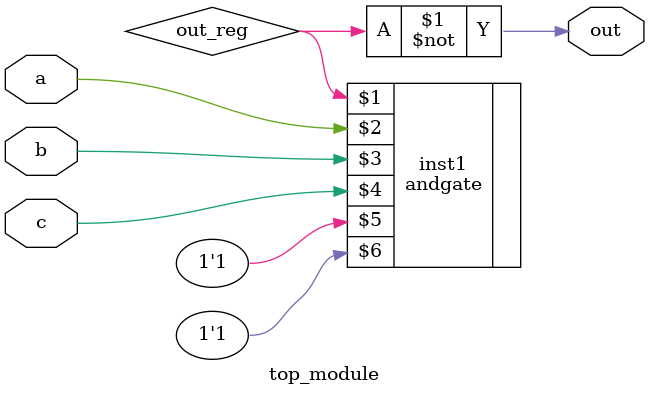
<source format=v>
module top_module (input a, input b, input c, output out);//
    
	  wire out_reg;
    andgate inst1 ( out_reg, a, b, c, 1'b1, 1'b1);
	  assign out = ~out_reg;
    
endmodule

</source>
